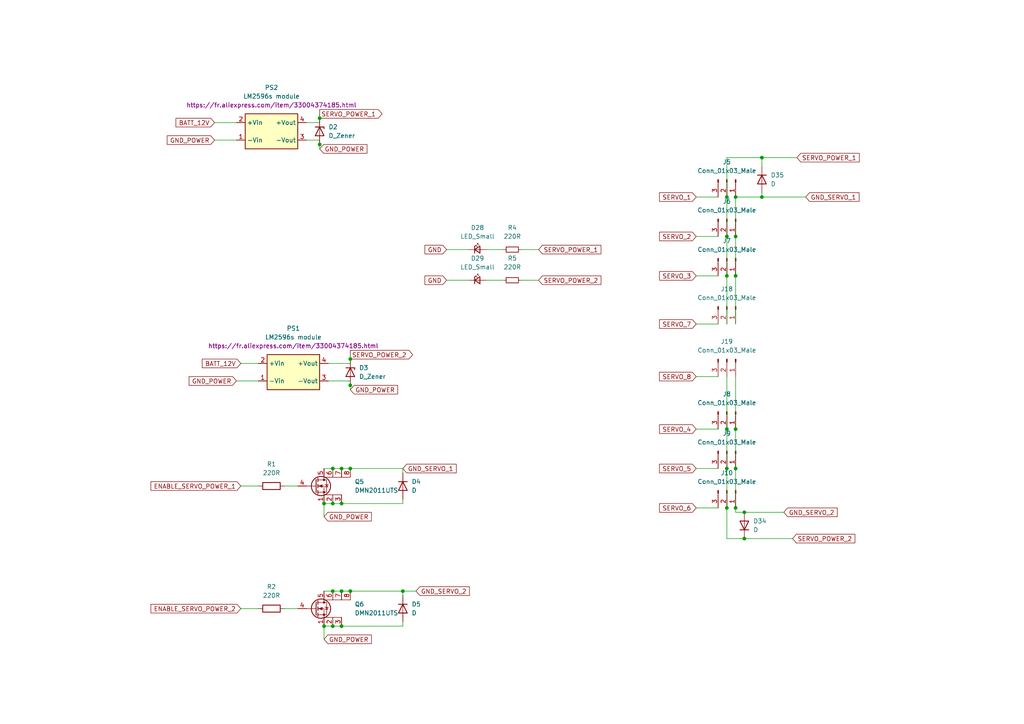
<source format=kicad_sch>
(kicad_sch (version 20211123) (generator eeschema)
  (paper "A4")
  (lib_symbols
    (symbol "Connector:Conn_01x03_Male" (pin_names (offset 1.016) hide)
      (property "Reference" "J" (at 0 5.08 0))
      (property "Value" "Conn_01x03_Male" (at 0 -5.08 0))
      (symbol "Conn_01x03_Male_1_1"
        (polyline (pts (xy 1.27 -2.54) (xy 0.8636 -2.54)) (stroke (width 0.1524)))
        (polyline (pts (xy 1.27 0) (xy 0.8636 0)) (stroke (width 0.1524)))
        (polyline (pts (xy 1.27 2.54) (xy 0.8636 2.54)) (stroke (width 0.1524)))
        (rectangle (start 0.8636 -2.413) (end 0 -2.667) (stroke (width 0.1524)) (fill (type outline)))
        (rectangle (start 0.8636 0.127) (end 0 -0.127) (stroke (width 0.1524)) (fill (type outline)))
        (rectangle (start 0.8636 2.667) (end 0 2.413) (stroke (width 0.1524)) (fill (type outline)))
        (pin passive line (at 5.08 2.54 180) (length 3.81) (name "Pin_1") (number "1"))
        (pin passive line (at 5.08 0 180) (length 3.81) (name "Pin_2") (number "2"))
        (pin passive line (at 5.08 -2.54 180) (length 3.81) (name "Pin_3") (number "3"))
      )
    )
    (symbol "Device:D" (pin_numbers hide) (pin_names (offset 1.016) hide)
      (property "Reference" "D" (at 0 2.54 0))
      (property "Value" "D" (at 0 -2.54 0))
      (symbol "D_0_1"
        (polyline (pts (xy -1.27 1.27) (xy -1.27 -1.27)) (stroke (width 0.254)))
        (polyline (pts (xy 1.27 0) (xy -1.27 0)))
        (polyline (pts (xy 1.27 1.27) (xy 1.27 -1.27) (xy -1.27 0) (xy 1.27 1.27)) (stroke (width 0.254)))
      )
      (symbol "D_1_1"
        (pin passive line (at -3.81 0 0) (length 2.54) (name "K") (number "1"))
        (pin passive line (at 3.81 0 180) (length 2.54) (name "A") (number "2"))
      )
    )
    (symbol "Device:D_Zener" (pin_numbers hide) (pin_names (offset 1.016) hide)
      (property "Reference" "D" (at 0 2.54 0))
      (property "Value" "D_Zener" (at 0 -2.54 0))
      (symbol "D_Zener_0_1"
        (polyline (pts (xy 1.27 0) (xy -1.27 0)))
        (polyline (pts (xy -1.27 -1.27) (xy -1.27 1.27) (xy -0.762 1.27)) (stroke (width 0.254)))
        (polyline (pts (xy 1.27 -1.27) (xy 1.27 1.27) (xy -1.27 0) (xy 1.27 -1.27)) (stroke (width 0.254)))
      )
      (symbol "D_Zener_1_1"
        (pin passive line (at -3.81 0 0) (length 2.54) (name "K") (number "1"))
        (pin passive line (at 3.81 0 180) (length 2.54) (name "A") (number "2"))
      )
    )
    (symbol "Device:LED_Small" (pin_numbers hide) (pin_names (offset 0.254) hide)
      (property "Reference" "D" (at -1.27 3.175 0))
      (property "Value" "LED_Small" (at -4.445 -2.54 0))
      (symbol "LED_Small_0_1"
        (polyline (pts (xy -0.762 -1.016) (xy -0.762 1.016)) (stroke (width 0.254)))
        (polyline (pts (xy 1.016 0) (xy -0.762 0)))
        (polyline (pts (xy 0.762 -1.016) (xy -0.762 0) (xy 0.762 1.016) (xy 0.762 -1.016)) (stroke (width 0.254)))
        (polyline (pts (xy 0 0.762) (xy -0.508 1.27) (xy -0.254 1.27) (xy -0.508 1.27) (xy -0.508 1.016)))
        (polyline (pts (xy 0.508 1.27) (xy 0 1.778) (xy 0.254 1.778) (xy 0 1.778) (xy 0 1.524)))
      )
      (symbol "LED_Small_1_1"
        (pin passive line (at -2.54 0 0) (length 1.778) (name "K") (number "1"))
        (pin passive line (at 2.54 0 180) (length 1.778) (name "A") (number "2"))
      )
    )
    (symbol "Device:R" (pin_numbers hide) (pin_names (offset 0))
      (property "Reference" "R" (at 2.032 0 90))
      (property "Value" "R" (at 0 0 90))
      (symbol "R_0_1"
        (rectangle (start -1.016 -2.54) (end 1.016 2.54) (stroke (width 0.254)))
      )
      (symbol "R_1_1"
        (pin passive line (at 0 3.81 270) (length 1.27) (name "~") (number "1"))
        (pin passive line (at 0 -3.81 90) (length 1.27) (name "~") (number "2"))
      )
    )
    (symbol "Device:R_Small" (pin_numbers hide) (pin_names (offset 0.254) hide)
      (property "Reference" "R" (at 0.762 0.508 0))
      (property "Value" "R_Small" (at 0.762 -1.016 0))
      (symbol "R_Small_0_1"
        (rectangle (start -0.762 1.778) (end 0.762 -1.778) (stroke (width 0.2032)))
      )
      (symbol "R_Small_1_1"
        (pin passive line (at 0 2.54 270) (length 0.762) (name "~") (number "1"))
        (pin passive line (at 0 -2.54 90) (length 0.762) (name "~") (number "2"))
      )
    )
    (symbol "New_Library_Victor:DMN2011UTS" (pin_names (offset 0) hide)
      (property "Reference" "Q" (at 5.08 1.27 0))
      (property "Value" "DMN2011UTS" (at 5.08 -1.27 0))
      (symbol "DMN2011UTS_0_1"
        (polyline (pts (xy 0.254 0) (xy -2.54 0)))
        (polyline (pts (xy 0.254 1.905) (xy 0.254 -1.905)) (stroke (width 0.254)))
        (polyline (pts (xy 0.762 -1.27) (xy 0.762 -2.286)) (stroke (width 0.254)))
        (polyline (pts (xy 0.762 0.508) (xy 0.762 -0.508)) (stroke (width 0.254)))
        (polyline (pts (xy 0.762 2.286) (xy 0.762 1.27)) (stroke (width 0.254)))
        (polyline (pts (xy 2.54 2.54) (xy 2.54 1.778)))
        (polyline (pts (xy 2.54 2.54) (xy 10.16 2.54)))
        (polyline (pts (xy 7.62 -2.54) (xy 2.54 -2.54)))
        (polyline (pts (xy 2.54 -2.54) (xy 2.54 0) (xy 0.762 0)))
        (polyline (pts (xy 0.762 -1.778) (xy 3.302 -1.778) (xy 3.302 1.778) (xy 0.762 1.778)))
        (polyline (pts (xy 1.016 0) (xy 2.032 0.381) (xy 2.032 -0.381) (xy 1.016 0)) (fill (type outline)))
        (polyline (pts (xy 2.794 0.508) (xy 2.921 0.381) (xy 3.683 0.381) (xy 3.81 0.254)))
        (polyline (pts (xy 3.302 0.381) (xy 2.921 -0.254) (xy 3.683 -0.254) (xy 3.302 0.381)))
        (circle (center 1.651 0) (radius 2.794) (stroke (width 0.254)))
        (circle (center 2.54 -1.778) (radius 0.254) (fill (type outline)))
        (circle (center 2.54 1.778) (radius 0.254) (fill (type outline)))
      )
      (symbol "DMN2011UTS_1_1"
        (pin passive line (at 2.54 -5.08 90) (length 2.54) (name "S") (number "1"))
        (pin passive line (at 5.08 -5.08 90) (length 2.54) (name "S") (number "2"))
        (pin passive line (at 7.62 -5.08 90) (length 2.54) (name "S") (number "3"))
        (pin input line (at -5.08 0 0) (length 2.54) (name "G") (number "4"))
        (pin passive line (at 2.54 5.08 270) (length 2.54) (name "D") (number "5"))
        (pin passive line (at 5.08 5.08 270) (length 2.54) (name "D") (number "6"))
        (pin passive line (at 7.62 5.08 270) (length 2.54) (name "D") (number "7"))
        (pin passive line (at 10.16 5.08 270) (length 2.54) (name "D") (number "8"))
      )
    )
    (symbol "New_Library_Victor:LM2596s module"
      (property "Reference" "PS" (at -7.62 6.35 0))
      (property "Value" "LM2596s module" (at 1.27 6.35 0))
      (property "Aliexpress" "https://fr.aliexpress.com/item/33004374185.html" (at 0 0 0))
      (symbol "LM2596s module_0_0"
        (pin power_in line (at -10.16 -2.54 0) (length 2.54) (name "-Vin") (number "1"))
        (pin power_in line (at -10.16 2.54 0) (length 2.54) (name "+Vin") (number "2"))
        (pin power_in line (at 10.16 -2.54 180) (length 2.54) (name "-Vout") (number "3"))
        (pin power_out line (at 10.16 2.54 180) (length 2.54) (name "+Vout") (number "4"))
      )
      (symbol "LM2596s module_0_1"
        (rectangle (start -7.62 5.08) (end 7.62 -5.08) (stroke (width 0.254)) (fill (type background)))
      )
    )
  )
  (junction (at 210.82 124.46))
  (junction (at 220.98 57.15))
  (junction (at 210.82 80.01))
  (junction (at 210.82 57.15))
  (junction (at 92.71 34.29))
  (junction (at 213.36 124.46))
  (junction (at 96.52 146.05))
  (junction (at 213.36 147.32))
  (junction (at 215.9 156.21))
  (junction (at 213.36 80.01))
  (junction (at 96.52 135.89))
  (junction (at 99.06 181.61))
  (junction (at 99.06 135.89))
  (junction (at 101.6 111.76))
  (junction (at 213.36 135.89))
  (junction (at 93.98 181.61))
  (junction (at 210.82 68.58))
  (junction (at 116.84 171.45))
  (junction (at 99.06 171.45))
  (junction (at 99.06 146.05))
  (junction (at 93.98 146.05))
  (junction (at 210.82 135.89))
  (junction (at 210.82 147.32))
  (junction (at 220.98 45.72))
  (junction (at 215.9 148.59))
  (junction (at 213.36 57.15))
  (junction (at 101.6 135.89))
  (junction (at 96.52 181.61))
  (junction (at 101.6 104.14))
  (junction (at 92.71 41.91))
  (junction (at 101.6 171.45))
  (junction (at 213.36 68.58))
  (junction (at 96.52 171.45))
  (wire (pts (xy 213.36 109.22) (xy 213.36 124.46)))
  (wire (pts (xy 201.93 57.15) (xy 208.28 57.15)))
  (wire (pts (xy 99.06 181.61) (xy 116.84 181.61)))
  (wire (pts (xy 69.85 176.53) (xy 74.93 176.53)))
  (wire (pts (xy 201.93 135.89) (xy 208.28 135.89)))
  (wire (pts (xy 82.55 140.97) (xy 86.36 140.97)))
  (wire (pts (xy 140.97 81.28) (xy 146.05 81.28)))
  (wire (pts (xy 151.13 72.39) (xy 156.21 72.39)))
  (wire (pts (xy 101.6 111.76) (xy 101.6 110.49)))
  (wire (pts (xy 99.06 171.45) (xy 96.52 171.45)))
  (wire (pts (xy 210.82 57.15) (xy 210.82 68.58)))
  (wire (pts (xy 210.82 124.46) (xy 210.82 135.89)))
  (wire (pts (xy 96.52 181.61) (xy 99.06 181.61)))
  (wire (pts (xy 101.6 135.89) (xy 116.84 135.89)))
  (wire (pts (xy 88.9 35.56) (xy 92.71 35.56)))
  (wire (pts (xy 95.25 110.49) (xy 101.6 110.49)))
  (wire (pts (xy 213.36 80.01) (xy 213.36 93.98)))
  (wire (pts (xy 213.36 124.46) (xy 213.36 135.89)))
  (wire (pts (xy 93.98 171.45) (xy 96.52 171.45)))
  (wire (pts (xy 210.82 135.89) (xy 210.82 147.32)))
  (wire (pts (xy 62.23 35.56) (xy 68.58 35.56)))
  (wire (pts (xy 129.54 72.39) (xy 135.89 72.39)))
  (wire (pts (xy 210.82 109.22) (xy 210.82 124.46)))
  (wire (pts (xy 99.06 135.89) (xy 101.6 135.89)))
  (wire (pts (xy 220.98 45.72) (xy 231.14 45.72)))
  (wire (pts (xy 210.82 57.15) (xy 210.82 45.72)))
  (wire (pts (xy 220.98 45.72) (xy 220.98 48.26)))
  (wire (pts (xy 201.93 68.58) (xy 208.28 68.58)))
  (wire (pts (xy 201.93 93.98) (xy 208.28 93.98)))
  (wire (pts (xy 95.25 105.41) (xy 101.6 105.41)))
  (wire (pts (xy 210.82 45.72) (xy 220.98 45.72)))
  (wire (pts (xy 93.98 181.61) (xy 96.52 181.61)))
  (wire (pts (xy 92.71 40.64) (xy 92.71 41.91)))
  (wire (pts (xy 201.93 80.01) (xy 208.28 80.01)))
  (wire (pts (xy 220.98 57.15) (xy 233.68 57.15)))
  (wire (pts (xy 116.84 135.89) (xy 116.84 137.16)))
  (wire (pts (xy 93.98 181.61) (xy 93.98 185.42)))
  (wire (pts (xy 69.85 140.97) (xy 74.93 140.97)))
  (wire (pts (xy 210.82 80.01) (xy 210.82 93.98)))
  (wire (pts (xy 116.84 146.05) (xy 116.84 144.78)))
  (wire (pts (xy 213.36 57.15) (xy 213.36 68.58)))
  (wire (pts (xy 213.36 147.32) (xy 213.36 148.59)))
  (wire (pts (xy 210.82 156.21) (xy 215.9 156.21)))
  (wire (pts (xy 210.82 68.58) (xy 210.82 80.01)))
  (wire (pts (xy 201.93 109.22) (xy 208.28 109.22)))
  (wire (pts (xy 213.36 148.59) (xy 215.9 148.59)))
  (wire (pts (xy 96.52 135.89) (xy 99.06 135.89)))
  (wire (pts (xy 213.36 57.15) (xy 220.98 57.15)))
  (wire (pts (xy 74.93 110.49) (xy 68.58 110.49)))
  (wire (pts (xy 93.98 146.05) (xy 96.52 146.05)))
  (wire (pts (xy 93.98 135.89) (xy 96.52 135.89)))
  (wire (pts (xy 92.71 34.29) (xy 92.71 33.02)))
  (wire (pts (xy 93.98 146.05) (xy 93.98 149.86)))
  (wire (pts (xy 101.6 102.87) (xy 101.6 104.14)))
  (wire (pts (xy 88.9 40.64) (xy 92.71 40.64)))
  (wire (pts (xy 116.84 171.45) (xy 116.84 172.72)))
  (wire (pts (xy 62.23 40.64) (xy 68.58 40.64)))
  (wire (pts (xy 69.85 105.41) (xy 74.93 105.41)))
  (wire (pts (xy 213.36 135.89) (xy 213.36 147.32)))
  (wire (pts (xy 151.13 81.28) (xy 156.21 81.28)))
  (wire (pts (xy 201.93 147.32) (xy 208.28 147.32)))
  (wire (pts (xy 213.36 68.58) (xy 213.36 80.01)))
  (wire (pts (xy 215.9 148.59) (xy 227.33 148.59)))
  (wire (pts (xy 220.98 57.15) (xy 220.98 55.88)))
  (wire (pts (xy 129.54 81.28) (xy 135.89 81.28)))
  (wire (pts (xy 96.52 146.05) (xy 99.06 146.05)))
  (wire (pts (xy 101.6 104.14) (xy 101.6 105.41)))
  (wire (pts (xy 99.06 171.45) (xy 101.6 171.45)))
  (wire (pts (xy 140.97 72.39) (xy 146.05 72.39)))
  (wire (pts (xy 92.71 41.91) (xy 92.71 43.18)))
  (wire (pts (xy 101.6 171.45) (xy 116.84 171.45)))
  (wire (pts (xy 99.06 146.05) (xy 116.84 146.05)))
  (wire (pts (xy 215.9 156.21) (xy 229.87 156.21)))
  (wire (pts (xy 116.84 181.61) (xy 116.84 180.34)))
  (wire (pts (xy 210.82 156.21) (xy 210.82 147.32)))
  (wire (pts (xy 82.55 176.53) (xy 86.36 176.53)))
  (wire (pts (xy 120.65 171.45) (xy 116.84 171.45)))
  (wire (pts (xy 201.93 124.46) (xy 208.28 124.46)))
  (wire (pts (xy 92.71 35.56) (xy 92.71 34.29)))
  (wire (pts (xy 101.6 113.03) (xy 101.6 111.76)))
  (global_label "GND_POWER" (shape input) (at 93.98 149.86 0) (property "Intersheet References" "${INTERSHEET_REFS}" (effects hide)))
  (global_label "SERVO_POWER_1" (shape input) (at 231.14 45.72 0) (property "Intersheet References" "${INTERSHEET_REFS}" (effects hide)))
  (global_label "SERVO_POWER_2" (shape output) (at 101.6 102.87 0) (property "Intersheet References" "${INTERSHEET_REFS}" (effects hide)))
  (global_label "SERVO_8" (shape input) (at 201.93 109.22 180) (property "Intersheet References" "${INTERSHEET_REFS}" (effects hide)))
  (global_label "GND" (shape input) (at 129.54 72.39 180) (property "Intersheet References" "${INTERSHEET_REFS}" (effects hide)))
  (global_label "ENABLE_SERVO_POWER_2" (shape input) (at 69.85 176.53 180) (property "Intersheet References" "${INTERSHEET_REFS}" (effects hide)))
  (global_label "ENABLE_SERVO_POWER_1" (shape input) (at 69.85 140.97 180) (property "Intersheet References" "${INTERSHEET_REFS}" (effects hide)))
  (global_label "SERVO_POWER_2" (shape input) (at 156.21 81.28 0) (property "Intersheet References" "${INTERSHEET_REFS}" (effects hide)))
  (global_label "GND_POWER" (shape input) (at 68.58 110.49 180) (property "Intersheet References" "${INTERSHEET_REFS}" (effects hide)))
  (global_label "SERVO_6" (shape input) (at 201.93 147.32 180) (property "Intersheet References" "${INTERSHEET_REFS}" (effects hide)))
  (global_label "BATT_12V" (shape input) (at 69.85 105.41 180) (property "Intersheet References" "${INTERSHEET_REFS}" (effects hide)))
  (global_label "GND_POWER" (shape input) (at 101.6 113.03 0) (property "Intersheet References" "${INTERSHEET_REFS}" (effects hide)))
  (global_label "GND_POWER" (shape input) (at 93.98 185.42 0) (property "Intersheet References" "${INTERSHEET_REFS}" (effects hide)))
  (global_label "GND" (shape input) (at 129.54 81.28 180) (property "Intersheet References" "${INTERSHEET_REFS}" (effects hide)))
  (global_label "GND_SERVO_2" (shape input) (at 227.33 148.59 0) (property "Intersheet References" "${INTERSHEET_REFS}" (effects hide)))
  (global_label "SERVO_7" (shape input) (at 201.93 93.98 180) (property "Intersheet References" "${INTERSHEET_REFS}" (effects hide)))
  (global_label "GND_SERVO_1" (shape input) (at 116.84 135.89 0) (property "Intersheet References" "${INTERSHEET_REFS}" (effects hide)))
  (global_label "GND_SERVO_1" (shape input) (at 233.68 57.15 0) (property "Intersheet References" "${INTERSHEET_REFS}" (effects hide)))
  (global_label "BATT_12V" (shape input) (at 62.23 35.56 180) (property "Intersheet References" "${INTERSHEET_REFS}" (effects hide)))
  (global_label "SERVO_4" (shape input) (at 201.93 124.46 180) (property "Intersheet References" "${INTERSHEET_REFS}" (effects hide)))
  (global_label "SERVO_POWER_1" (shape input) (at 156.21 72.39 0) (property "Intersheet References" "${INTERSHEET_REFS}" (effects hide)))
  (global_label "SERVO_2" (shape input) (at 201.93 68.58 180) (property "Intersheet References" "${INTERSHEET_REFS}" (effects hide)))
  (global_label "GND_POWER" (shape input) (at 62.23 40.64 180) (property "Intersheet References" "${INTERSHEET_REFS}" (effects hide)))
  (global_label "SERVO_POWER_2" (shape input) (at 229.87 156.21 0) (property "Intersheet References" "${INTERSHEET_REFS}" (effects hide)))
  (global_label "GND_SERVO_2" (shape input) (at 120.65 171.45 0) (property "Intersheet References" "${INTERSHEET_REFS}" (effects hide)))
  (global_label "SERVO_5" (shape input) (at 201.93 135.89 180) (property "Intersheet References" "${INTERSHEET_REFS}" (effects hide)))
  (global_label "SERVO_1" (shape input) (at 201.93 57.15 180) (property "Intersheet References" "${INTERSHEET_REFS}" (effects hide)))
  (global_label "SERVO_3" (shape input) (at 201.93 80.01 180) (property "Intersheet References" "${INTERSHEET_REFS}" (effects hide)))
  (global_label "SERVO_POWER_1" (shape output) (at 92.71 33.02 0) (property "Intersheet References" "${INTERSHEET_REFS}" (effects hide)))
  (global_label "GND_POWER" (shape input) (at 92.71 43.18 0) (property "Intersheet References" "${INTERSHEET_REFS}" (effects hide)))
  (symbol (lib_id "Device:D") (at 116.84 176.53 270) (unit 1)
    (property "Reference" "D5" (at 119.38 175.2599 90) (effects (justify left)))
    (property "Value" "D" (at 119.38 177.7999 90) (effects (justify left)))
    (property "Footprint" "Diode_SMD:D_1206_3216Metric" (effects hide))
  )
  (symbol (lib_id "Connector:Conn_01x03_Male") (at 210.82 74.93 270) (unit 1)
    (property "Reference" "J7" (at 210.82 69.85 90))
    (property "Value" "Conn_01x03_Male" (at 210.82 72.39 90))
    (property "Footprint" "Connector_PinHeader_2.54mm:PinHeader_1x03_P2.54mm_Vertical" (effects hide))
  )
  (symbol (lib_id "Connector:Conn_01x03_Male") (at 210.82 104.14 270) (unit 1)
    (property "Reference" "J19" (at 210.82 99.06 90))
    (property "Value" "Conn_01x03_Male" (at 210.82 101.6 90))
    (property "Footprint" "Connector_PinHeader_2.54mm:PinHeader_1x03_P2.54mm_Vertical" (effects hide))
  )
  (symbol (lib_id "Device:D") (at 116.84 140.97 270) (unit 1)
    (property "Reference" "D4" (at 119.38 139.6999 90) (effects (justify left)))
    (property "Value" "D" (at 119.38 142.2399 90) (effects (justify left)))
    (property "Footprint" "Diode_SMD:D_1206_3216Metric" (effects hide))
  )
  (symbol (lib_id "Device:LED_Small") (at 138.43 72.39 0) (unit 1)
    (property "Reference" "D28" (at 138.4935 66.04 0))
    (property "Value" "LED_Small" (at 138.4935 68.58 0))
    (property "Footprint" "LED_SMD:LED_0805_2012Metric" (effects hide))
  )
  (symbol (lib_id "Device:LED_Small") (at 138.43 81.28 0) (unit 1)
    (property "Reference" "D29" (at 138.4935 74.93 0))
    (property "Value" "LED_Small" (at 138.4935 77.47 0))
    (property "Footprint" "LED_SMD:LED_0805_2012Metric" (effects hide))
  )
  (symbol (lib_id "Connector:Conn_01x03_Male") (at 210.82 52.07 270) (unit 1)
    (property "Reference" "J5" (at 210.82 46.99 90))
    (property "Value" "Conn_01x03_Male" (at 210.82 49.53 90))
    (property "Footprint" "Connector_PinHeader_2.54mm:PinHeader_1x03_P2.54mm_Vertical" (effects hide))
  )
  (symbol (lib_id "Device:D_Zener") (at 92.71 38.1 270) (unit 1)
    (property "Reference" "D2" (at 95.25 36.8299 90) (effects (justify left)))
    (property "Value" "D_Zener" (at 95.25 39.3699 90) (effects (justify left)))
    (property "Footprint" "Diode_SMD:D_1206_3216Metric" (effects hide))
  )
  (symbol (lib_id "Device:D") (at 215.9 152.4 90) (unit 1)
    (property "Reference" "D34" (at 218.44 151.1299 90) (effects (justify right)))
    (property "Value" "D" (at 218.44 153.6699 90) (effects (justify right)))
    (property "Footprint" "Diode_SMD:D_1206_3216Metric" (effects hide))
  )
  (symbol (lib_id "Connector:Conn_01x03_Male") (at 210.82 63.5 270) (unit 1)
    (property "Reference" "J6" (at 210.82 58.42 90))
    (property "Value" "Conn_01x03_Male" (at 210.82 60.96 90))
    (property "Footprint" "Connector_PinHeader_2.54mm:PinHeader_1x03_P2.54mm_Vertical" (effects hide))
  )
  (symbol (lib_id "New_Library_Victor:LM2596s module") (at 78.74 38.1 0) (unit 1)
    (property "Reference" "PS2" (at 78.74 25.4 0))
    (property "Value" "LM2596s module" (at 78.74 27.94 0))
    (property "Footprint" "LibraryVictor:lm2596Module" (effects hide))
    (property "Datasheet" "https://www.ti.com/lit/ds/symlink/lm2596.pdf" (effects hide))
    (property "Aliexpress" "https://fr.aliexpress.com/item/33004374185.html" (at 78.74 30.48 0))
  )
  (symbol (lib_id "Device:D") (at 220.98 52.07 270) (unit 1)
    (property "Reference" "D35" (at 223.52 50.7999 90) (effects (justify left)))
    (property "Value" "D" (at 223.52 53.3399 90) (effects (justify left)))
    (property "Footprint" "Diode_SMD:D_1206_3216Metric" (effects hide))
  )
  (symbol (lib_id "Device:R_Small") (at 148.59 81.28 90) (unit 1)
    (property "Reference" "R5" (at 148.59 74.93 90))
    (property "Value" "220R" (at 148.59 77.47 90))
    (property "Footprint" "Resistor_SMD:R_0603_1608Metric" (effects hide))
  )
  (symbol (lib_id "Connector:Conn_01x03_Male") (at 210.82 142.24 270) (unit 1)
    (property "Reference" "J10" (at 210.82 137.16 90))
    (property "Value" "Conn_01x03_Male" (at 210.82 139.7 90))
    (property "Footprint" "Connector_PinHeader_2.54mm:PinHeader_1x03_P2.54mm_Vertical" (effects hide))
  )
  (symbol (lib_id "Device:R") (at 78.74 140.97 90) (unit 1)
    (property "Reference" "R1" (at 78.74 134.62 90))
    (property "Value" "220R" (at 78.74 137.16 90))
    (property "Footprint" "Resistor_SMD:R_0603_1608Metric" (effects hide))
  )
  (symbol (lib_id "Connector:Conn_01x03_Male") (at 210.82 88.9 270) (unit 1)
    (property "Reference" "J18" (at 210.82 83.82 90))
    (property "Value" "Conn_01x03_Male" (at 210.82 86.36 90))
    (property "Footprint" "Connector_PinHeader_2.54mm:PinHeader_1x03_P2.54mm_Vertical" (effects hide))
  )
  (symbol (lib_id "Connector:Conn_01x03_Male") (at 210.82 130.81 270) (unit 1)
    (property "Reference" "J9" (at 210.82 125.73 90))
    (property "Value" "Conn_01x03_Male" (at 210.82 128.27 90))
    (property "Footprint" "Connector_PinHeader_2.54mm:PinHeader_1x03_P2.54mm_Vertical" (effects hide))
  )
  (symbol (lib_id "Connector:Conn_01x03_Male") (at 210.82 119.38 270) (unit 1)
    (property "Reference" "J8" (at 210.82 114.3 90))
    (property "Value" "Conn_01x03_Male" (at 210.82 116.84 90))
    (property "Footprint" "Connector_PinHeader_2.54mm:PinHeader_1x03_P2.54mm_Vertical" (effects hide))
  )
  (symbol (lib_id "Device:D_Zener") (at 101.6 107.95 270) (unit 1)
    (property "Reference" "D3" (at 104.14 106.6799 90) (effects (justify left)))
    (property "Value" "D_Zener" (at 104.14 109.2199 90) (effects (justify left)))
    (property "Footprint" "Diode_SMD:D_1206_3216Metric" (effects hide))
  )
  (symbol (lib_id "New_Library_Victor:DMN2011UTS") (at 91.44 140.97 0) (unit 1)
    (property "Reference" "Q5" (at 102.87 139.6999 0) (effects (justify left)))
    (property "Value" "DMN2011UTS" (at 102.87 142.2399 0) (effects (justify left)))
    (property "Footprint" "Package_SO:TSSOP-8_4.4x3mm_P0.65mm" (effects hide))
    (property "Datasheet" "https://docs.rs-online.com/3df4/0900766b816b6b93.pdf" (effects hide))
  )
  (symbol (lib_id "Device:R_Small") (at 148.59 72.39 90) (unit 1)
    (property "Reference" "R4" (at 148.59 66.04 90))
    (property "Value" "220R" (at 148.59 68.58 90))
    (property "Footprint" "Resistor_SMD:R_0603_1608Metric" (effects hide))
  )
  (symbol (lib_id "New_Library_Victor:DMN2011UTS") (at 91.44 176.53 0) (unit 1)
    (property "Reference" "Q6" (at 102.87 175.2599 0) (effects (justify left)))
    (property "Value" "DMN2011UTS" (at 102.87 177.7999 0) (effects (justify left)))
    (property "Footprint" "Package_SO:TSSOP-8_4.4x3mm_P0.65mm" (effects hide))
    (property "Datasheet" "https://docs.rs-online.com/3df4/0900766b816b6b93.pdf" (effects hide))
  )
  (symbol (lib_id "New_Library_Victor:LM2596s module") (at 85.09 107.95 0) (unit 1)
    (property "Reference" "PS1" (at 85.09 95.25 0))
    (property "Value" "LM2596s module" (at 85.09 97.79 0))
    (property "Footprint" "LibraryVictor:lm2596Module" (effects hide))
    (property "Datasheet" "https://www.ti.com/lit/ds/symlink/lm2596.pdf" (effects hide))
    (property "Aliexpress" "https://fr.aliexpress.com/item/33004374185.html" (at 85.09 100.33 0))
  )
  (symbol (lib_id "Device:R") (at 78.74 176.53 90) (unit 1)
    (property "Reference" "R2" (at 78.74 170.18 90))
    (property "Value" "220R" (at 78.74 172.72 90))
    (property "Footprint" "Resistor_SMD:R_0603_1608Metric" (effects hide))
  )
)
</source>
